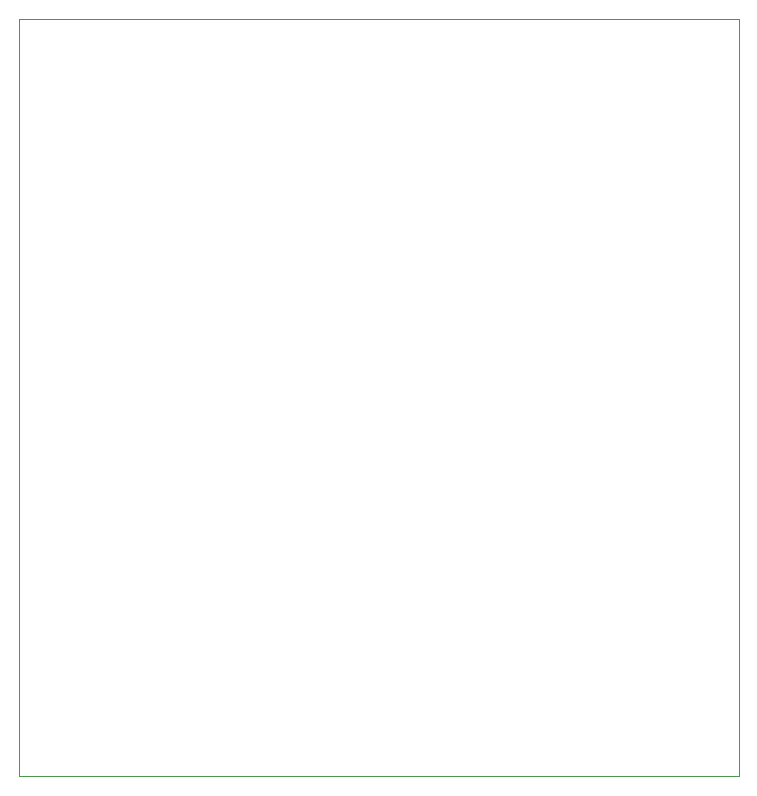
<source format=gbr>
%TF.GenerationSoftware,KiCad,Pcbnew,(5.1.5-0-10_14)*%
%TF.CreationDate,2020-11-09T20:11:24+01:00*%
%TF.ProjectId,rfreplacement,72667265-706c-4616-9365-6d656e742e6b,6.1*%
%TF.SameCoordinates,Original*%
%TF.FileFunction,Profile,NP*%
%FSLAX46Y46*%
G04 Gerber Fmt 4.6, Leading zero omitted, Abs format (unit mm)*
G04 Created by KiCad (PCBNEW (5.1.5-0-10_14)) date 2020-11-09 20:11:24*
%MOMM*%
%LPD*%
G04 APERTURE LIST*
%ADD10C,0.100000*%
G04 APERTURE END LIST*
D10*
X165100000Y-88900000D02*
X165100000Y-53340000D01*
X165100000Y-88900000D02*
X165100000Y-114935000D01*
X165100000Y-50800000D02*
X165100000Y-53340000D01*
X104140000Y-114300000D02*
X104140000Y-114935000D01*
X165100000Y-114935000D02*
X104140000Y-114935000D01*
X104140000Y-50800000D02*
X165100000Y-50800000D01*
X104140000Y-114300000D02*
X104140000Y-50800000D01*
M02*

</source>
